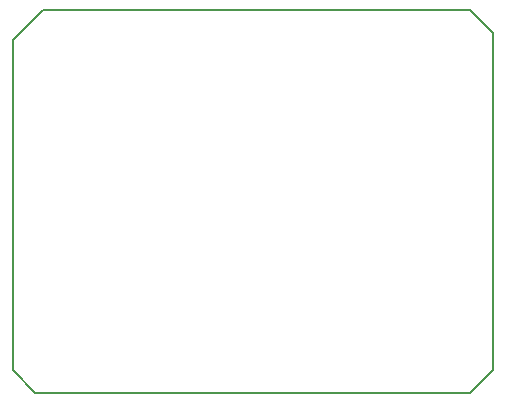
<source format=gko>
%FSLAX44Y44*%
%MOMM*%
G71*
G01*
G75*
G04 Layer_Color=16711935*
%ADD10C,0.2540*%
%ADD11R,1.7780X1.7780*%
%ADD12O,2.1590X0.7620*%
%ADD13R,0.7000X1.6000*%
%ADD14C,0.7620*%
%ADD15C,1.5240*%
%ADD16C,2.1590*%
%ADD17R,2.1590X2.1590*%
%ADD18R,2.1590X2.1590*%
%ADD19C,0.1270*%
D19*
X660400Y901700D02*
X679450Y882650D01*
X660400Y901700D02*
Y1181100D01*
X685800Y1206500D01*
X1047750D01*
X1066800Y1187450D01*
Y901700D02*
Y1187450D01*
X1047750Y882650D02*
X1066800Y901700D01*
X679450Y882650D02*
X1047750D01*
M02*

</source>
